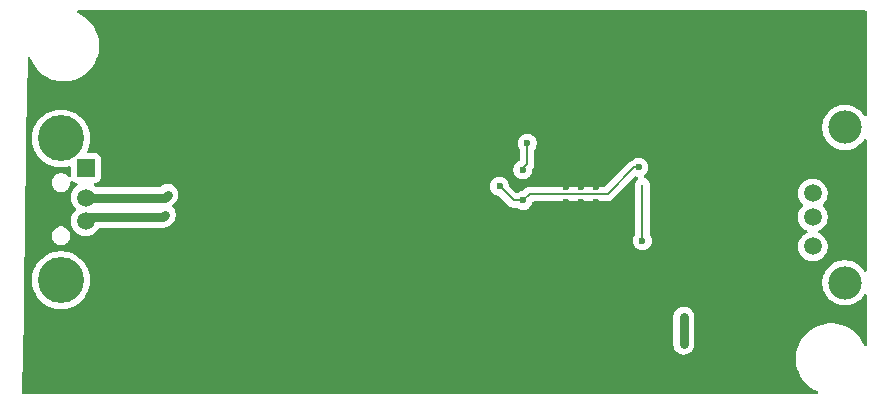
<source format=gbr>
%TF.GenerationSoftware,KiCad,Pcbnew,9.0.6*%
%TF.CreationDate,2026-01-01T04:38:27-06:00*%
%TF.ProjectId,2040Listener,32303430-4c69-4737-9465-6e65722e6b69,rev?*%
%TF.SameCoordinates,Original*%
%TF.FileFunction,Copper,L2,Bot*%
%TF.FilePolarity,Positive*%
%FSLAX46Y46*%
G04 Gerber Fmt 4.6, Leading zero omitted, Abs format (unit mm)*
G04 Created by KiCad (PCBNEW 9.0.6) date 2026-01-01 04:38:27*
%MOMM*%
%LPD*%
G01*
G04 APERTURE LIST*
%TA.AperFunction,ComponentPad*%
%ADD10R,1.500000X1.500000*%
%TD*%
%TA.AperFunction,ComponentPad*%
%ADD11C,1.500000*%
%TD*%
%TA.AperFunction,ComponentPad*%
%ADD12C,3.900000*%
%TD*%
%TA.AperFunction,ComponentPad*%
%ADD13C,0.600000*%
%TD*%
%TA.AperFunction,ComponentPad*%
%ADD14C,1.498600*%
%TD*%
%TA.AperFunction,ComponentPad*%
%ADD15C,2.819400*%
%TD*%
%TA.AperFunction,ViaPad*%
%ADD16C,0.600000*%
%TD*%
%TA.AperFunction,Conductor*%
%ADD17C,0.800000*%
%TD*%
%TA.AperFunction,Conductor*%
%ADD18C,0.200000*%
%TD*%
G04 APERTURE END LIST*
D10*
%TO.P,J2,1,5V*%
%TO.N,VBUS*%
X104375000Y-63850000D03*
D11*
%TO.P,J2,2,D-*%
%TO.N,/USB_D-*%
X104375000Y-66350000D03*
%TO.P,J2,3,D+*%
%TO.N,/USB_D+*%
X104375000Y-68350000D03*
%TO.P,J2,4,GND*%
%TO.N,GND*%
X104375000Y-70850000D03*
D12*
%TO.P,J2,5*%
%TO.N,N/C*%
X102275000Y-61350000D03*
%TO.P,J2,6*%
X102275000Y-73350000D03*
%TD*%
D13*
%TO.P,U1,57,GND*%
%TO.N,GND*%
X145000000Y-68000000D03*
X145000000Y-66725000D03*
X145000000Y-65450000D03*
X146275000Y-68000000D03*
X146275000Y-66725000D03*
X146275000Y-65450000D03*
X147550000Y-68000000D03*
X147550000Y-66725000D03*
X147550000Y-65450000D03*
%TD*%
D14*
%TO.P,J1,1,5V*%
%TO.N,VBUS*%
X165929700Y-70492500D03*
%TO.P,J1,2,D-*%
%TO.N,/GPIO1*%
X165929700Y-67992500D03*
%TO.P,J1,3,D+*%
%TO.N,/GPIO0*%
X165929700Y-65992499D03*
%TO.P,J1,4,GND*%
%TO.N,GND*%
X165929700Y-63492501D03*
D15*
%TO.P,J1,5*%
%TO.N,N/C*%
X168639700Y-73562500D03*
%TO.P,J1,6*%
X168639700Y-60422500D03*
%TD*%
D16*
%TO.N,+1V1*%
X151200000Y-63800000D03*
X141400000Y-66600000D03*
X139400000Y-65400000D03*
%TO.N,GND*%
X136500000Y-59300000D03*
X141800000Y-59300000D03*
X127200000Y-56900000D03*
X154400000Y-59900000D03*
X155100000Y-61900000D03*
X118000000Y-70250000D03*
%TO.N,+1V1*%
X141750000Y-61750000D03*
X141375000Y-64000000D03*
%TO.N,/GPIO0*%
X155000000Y-76500000D03*
X155000000Y-78750000D03*
%TO.N,GND*%
X135800000Y-73600000D03*
X124400000Y-75000000D03*
X151500000Y-76525000D03*
%TO.N,+3V3*%
X151500000Y-70000000D03*
%TO.N,GND*%
X152750000Y-68750000D03*
X142500000Y-76500000D03*
%TO.N,/USB_D+*%
X111100000Y-67800000D03*
%TO.N,/USB_D-*%
X111300000Y-66100000D03*
%TO.N,GND*%
X113700000Y-52700000D03*
X108500000Y-55000000D03*
%TD*%
D17*
%TO.N,/USB_D+*%
X104725000Y-68000000D02*
X104375000Y-68350000D01*
X110900000Y-68000000D02*
X104725000Y-68000000D01*
X111100000Y-67800000D02*
X110900000Y-68000000D01*
X104375000Y-68350000D02*
X104375000Y-68100000D01*
%TO.N,/USB_D-*%
X104625000Y-66350000D02*
X104375000Y-66100000D01*
X111050000Y-66350000D02*
X104625000Y-66350000D01*
X111300000Y-66100000D02*
X111050000Y-66350000D01*
D18*
%TO.N,+1V1*%
X150800000Y-63800000D02*
X151200000Y-63800000D01*
X148549000Y-66051000D02*
X150800000Y-63800000D01*
X141949000Y-66051000D02*
X148549000Y-66051000D01*
X141400000Y-66600000D02*
X141949000Y-66051000D01*
X140600000Y-66600000D02*
X139400000Y-65400000D01*
X141400000Y-66600000D02*
X140600000Y-66600000D01*
X141750000Y-63500000D02*
X141750000Y-61750000D01*
X141375000Y-63875000D02*
X141750000Y-63500000D01*
X141375000Y-64000000D02*
X141375000Y-63875000D01*
D17*
%TO.N,/GPIO0*%
X155000000Y-76500000D02*
X155000000Y-78750000D01*
D18*
%TO.N,+3V3*%
X151500000Y-65250000D02*
X151500000Y-70000000D01*
%TD*%
%TA.AperFunction,Conductor*%
%TO.N,GND*%
G36*
X170443039Y-50519685D02*
G01*
X170488794Y-50572489D01*
X170500000Y-50624000D01*
X170500000Y-59361459D01*
X170480315Y-59428498D01*
X170427511Y-59474253D01*
X170358353Y-59484197D01*
X170294797Y-59455172D01*
X170268613Y-59423460D01*
X170231381Y-59358972D01*
X170078946Y-59160315D01*
X170078941Y-59160309D01*
X169901890Y-58983258D01*
X169901883Y-58983252D01*
X169703236Y-58830825D01*
X169703234Y-58830823D01*
X169703228Y-58830819D01*
X169703223Y-58830816D01*
X169703220Y-58830814D01*
X169486380Y-58705620D01*
X169486364Y-58705612D01*
X169255038Y-58609795D01*
X169013157Y-58544983D01*
X168764910Y-58512301D01*
X168764907Y-58512300D01*
X168764901Y-58512300D01*
X168514499Y-58512300D01*
X168514493Y-58512300D01*
X168514489Y-58512301D01*
X168266242Y-58544983D01*
X168024361Y-58609795D01*
X167793035Y-58705612D01*
X167793019Y-58705620D01*
X167576179Y-58830814D01*
X167576163Y-58830825D01*
X167377516Y-58983252D01*
X167377509Y-58983258D01*
X167200458Y-59160309D01*
X167200452Y-59160316D01*
X167048025Y-59358963D01*
X167048014Y-59358979D01*
X166922820Y-59575819D01*
X166922812Y-59575835D01*
X166826995Y-59807161D01*
X166762183Y-60049042D01*
X166729501Y-60297289D01*
X166729500Y-60297305D01*
X166729500Y-60547694D01*
X166729501Y-60547710D01*
X166762183Y-60795957D01*
X166826995Y-61037838D01*
X166922812Y-61269164D01*
X166922820Y-61269180D01*
X167048014Y-61486020D01*
X167048025Y-61486036D01*
X167200452Y-61684683D01*
X167200458Y-61684690D01*
X167377509Y-61861741D01*
X167377515Y-61861746D01*
X167576172Y-62014181D01*
X167576179Y-62014185D01*
X167793019Y-62139379D01*
X167793035Y-62139387D01*
X168024361Y-62235204D01*
X168024363Y-62235204D01*
X168024369Y-62235207D01*
X168266239Y-62300016D01*
X168514499Y-62332700D01*
X168514506Y-62332700D01*
X168764894Y-62332700D01*
X168764901Y-62332700D01*
X169013161Y-62300016D01*
X169255031Y-62235207D01*
X169317445Y-62209354D01*
X169486364Y-62139387D01*
X169486367Y-62139385D01*
X169486373Y-62139383D01*
X169703228Y-62014181D01*
X169901885Y-61861746D01*
X170078946Y-61684685D01*
X170231381Y-61486028D01*
X170268613Y-61421539D01*
X170319180Y-61373324D01*
X170387787Y-61360101D01*
X170452652Y-61386069D01*
X170493180Y-61442983D01*
X170500000Y-61483540D01*
X170500000Y-72501459D01*
X170480315Y-72568498D01*
X170427511Y-72614253D01*
X170358353Y-72624197D01*
X170294797Y-72595172D01*
X170268613Y-72563460D01*
X170231381Y-72498972D01*
X170078946Y-72300315D01*
X170078941Y-72300309D01*
X169901890Y-72123258D01*
X169901883Y-72123252D01*
X169703236Y-71970825D01*
X169703234Y-71970823D01*
X169703228Y-71970819D01*
X169703223Y-71970816D01*
X169703220Y-71970814D01*
X169486380Y-71845620D01*
X169486364Y-71845612D01*
X169255038Y-71749795D01*
X169227066Y-71742300D01*
X169013161Y-71684984D01*
X169013160Y-71684983D01*
X169013157Y-71684983D01*
X168764910Y-71652301D01*
X168764907Y-71652300D01*
X168764901Y-71652300D01*
X168514499Y-71652300D01*
X168514493Y-71652300D01*
X168514489Y-71652301D01*
X168266242Y-71684983D01*
X168024361Y-71749795D01*
X167793035Y-71845612D01*
X167793019Y-71845620D01*
X167576179Y-71970814D01*
X167576163Y-71970825D01*
X167377516Y-72123252D01*
X167377509Y-72123258D01*
X167200458Y-72300309D01*
X167200452Y-72300316D01*
X167048025Y-72498963D01*
X167048014Y-72498979D01*
X166922820Y-72715819D01*
X166922812Y-72715835D01*
X166826995Y-72947161D01*
X166762183Y-73189042D01*
X166729501Y-73437289D01*
X166729500Y-73437299D01*
X166729500Y-73687701D01*
X166762184Y-73935961D01*
X166787235Y-74029454D01*
X166826995Y-74177838D01*
X166922812Y-74409164D01*
X166922820Y-74409180D01*
X167048014Y-74626020D01*
X167048025Y-74626036D01*
X167200452Y-74824683D01*
X167200458Y-74824690D01*
X167377509Y-75001741D01*
X167377515Y-75001746D01*
X167576172Y-75154181D01*
X167576179Y-75154185D01*
X167793019Y-75279379D01*
X167793035Y-75279387D01*
X168024361Y-75375204D01*
X168024363Y-75375204D01*
X168024369Y-75375207D01*
X168266239Y-75440016D01*
X168514499Y-75472700D01*
X168514506Y-75472700D01*
X168764894Y-75472700D01*
X168764901Y-75472700D01*
X169013161Y-75440016D01*
X169255031Y-75375207D01*
X169317445Y-75349354D01*
X169486364Y-75279387D01*
X169486367Y-75279385D01*
X169486373Y-75279383D01*
X169703228Y-75154181D01*
X169901885Y-75001746D01*
X170078946Y-74824685D01*
X170231381Y-74626028D01*
X170268613Y-74561539D01*
X170319180Y-74513324D01*
X170387787Y-74500101D01*
X170452652Y-74526069D01*
X170493180Y-74582983D01*
X170500000Y-74623540D01*
X170500000Y-78770835D01*
X170480315Y-78837874D01*
X170427511Y-78883629D01*
X170358353Y-78893573D01*
X170294797Y-78864548D01*
X170264280Y-78824637D01*
X170130247Y-78546316D01*
X170130246Y-78546314D01*
X169950946Y-78260961D01*
X169740825Y-77997477D01*
X169502523Y-77759175D01*
X169239039Y-77549054D01*
X168953686Y-77369754D01*
X168953683Y-77369752D01*
X168650054Y-77223532D01*
X168331965Y-77112227D01*
X168331953Y-77112223D01*
X168003397Y-77037233D01*
X168003381Y-77037231D01*
X167668508Y-76999500D01*
X167668504Y-76999500D01*
X167331496Y-76999500D01*
X167331491Y-76999500D01*
X166996618Y-77037231D01*
X166996602Y-77037233D01*
X166668046Y-77112223D01*
X166668034Y-77112227D01*
X166349945Y-77223532D01*
X166046316Y-77369752D01*
X165760962Y-77549053D01*
X165497477Y-77759174D01*
X165259174Y-77997477D01*
X165049053Y-78260962D01*
X164869752Y-78546316D01*
X164723532Y-78849945D01*
X164612227Y-79168034D01*
X164612223Y-79168046D01*
X164537233Y-79496602D01*
X164537231Y-79496618D01*
X164499500Y-79831491D01*
X164499500Y-80168508D01*
X164537231Y-80503381D01*
X164537233Y-80503397D01*
X164612223Y-80831953D01*
X164612227Y-80831965D01*
X164723532Y-81150054D01*
X164869752Y-81453683D01*
X164869754Y-81453686D01*
X165049054Y-81739039D01*
X165259175Y-82002523D01*
X165497477Y-82240825D01*
X165760961Y-82450946D01*
X166046314Y-82630246D01*
X166046316Y-82630247D01*
X166324638Y-82764280D01*
X166376497Y-82811102D01*
X166394810Y-82878529D01*
X166373762Y-82945153D01*
X166320036Y-82989822D01*
X166270836Y-83000000D01*
X99125922Y-83000000D01*
X99058883Y-82980315D01*
X99013128Y-82927511D01*
X99001937Y-82874093D01*
X99003626Y-82764280D01*
X99101364Y-76411304D01*
X154099500Y-76411304D01*
X154099500Y-78838695D01*
X154134103Y-79012658D01*
X154134106Y-79012667D01*
X154201983Y-79176540D01*
X154201990Y-79176553D01*
X154300535Y-79324034D01*
X154300538Y-79324038D01*
X154425961Y-79449461D01*
X154425965Y-79449464D01*
X154573446Y-79548009D01*
X154573459Y-79548016D01*
X154696363Y-79598923D01*
X154737334Y-79615894D01*
X154737336Y-79615894D01*
X154737341Y-79615896D01*
X154911304Y-79650499D01*
X154911307Y-79650500D01*
X154911309Y-79650500D01*
X155088693Y-79650500D01*
X155088694Y-79650499D01*
X155146682Y-79638964D01*
X155262658Y-79615896D01*
X155262661Y-79615894D01*
X155262666Y-79615894D01*
X155426547Y-79548013D01*
X155574035Y-79449464D01*
X155699464Y-79324035D01*
X155798013Y-79176547D01*
X155865894Y-79012666D01*
X155900500Y-78838691D01*
X155900500Y-76411309D01*
X155900500Y-76411306D01*
X155900499Y-76411304D01*
X155865896Y-76237341D01*
X155865893Y-76237332D01*
X155798016Y-76073459D01*
X155798009Y-76073446D01*
X155699464Y-75925965D01*
X155699461Y-75925961D01*
X155574038Y-75800538D01*
X155574034Y-75800535D01*
X155426553Y-75701990D01*
X155426540Y-75701983D01*
X155262667Y-75634106D01*
X155262658Y-75634103D01*
X155088694Y-75599500D01*
X155088691Y-75599500D01*
X154911309Y-75599500D01*
X154911306Y-75599500D01*
X154737341Y-75634103D01*
X154737332Y-75634106D01*
X154573459Y-75701983D01*
X154573446Y-75701990D01*
X154425965Y-75800535D01*
X154425961Y-75800538D01*
X154300538Y-75925961D01*
X154300535Y-75925965D01*
X154201990Y-76073446D01*
X154201983Y-76073459D01*
X154134106Y-76237332D01*
X154134103Y-76237341D01*
X154099500Y-76411304D01*
X99101364Y-76411304D01*
X99150578Y-73212378D01*
X99824500Y-73212378D01*
X99824500Y-73487621D01*
X99855315Y-73761108D01*
X99855317Y-73761124D01*
X99916561Y-74029453D01*
X99916565Y-74029465D01*
X100007467Y-74289246D01*
X100126884Y-74537218D01*
X100126886Y-74537221D01*
X100273319Y-74770268D01*
X100444925Y-74985455D01*
X100639545Y-75180075D01*
X100854732Y-75351681D01*
X101087779Y-75498114D01*
X101335757Y-75617534D01*
X101530865Y-75685805D01*
X101595534Y-75708434D01*
X101595546Y-75708438D01*
X101863879Y-75769683D01*
X102137378Y-75800499D01*
X102137379Y-75800500D01*
X102137383Y-75800500D01*
X102412621Y-75800500D01*
X102412621Y-75800499D01*
X102686121Y-75769683D01*
X102954454Y-75708438D01*
X103214243Y-75617534D01*
X103462221Y-75498114D01*
X103695268Y-75351681D01*
X103910455Y-75180075D01*
X104105075Y-74985455D01*
X104276681Y-74770268D01*
X104423114Y-74537221D01*
X104542534Y-74289243D01*
X104633438Y-74029454D01*
X104694683Y-73761121D01*
X104725500Y-73487617D01*
X104725500Y-73212383D01*
X104694683Y-72938879D01*
X104633438Y-72670546D01*
X104542534Y-72410757D01*
X104423114Y-72162779D01*
X104276681Y-71929732D01*
X104105075Y-71714545D01*
X103910455Y-71519925D01*
X103695268Y-71348319D01*
X103462221Y-71201886D01*
X103462218Y-71201884D01*
X103214246Y-71082467D01*
X102954465Y-70991565D01*
X102954453Y-70991561D01*
X102686124Y-70930317D01*
X102686108Y-70930315D01*
X102412621Y-70899500D01*
X102412617Y-70899500D01*
X102137383Y-70899500D01*
X102137379Y-70899500D01*
X101863891Y-70930315D01*
X101863875Y-70930317D01*
X101595546Y-70991561D01*
X101595534Y-70991565D01*
X101335753Y-71082467D01*
X101087781Y-71201884D01*
X100854733Y-71348318D01*
X100639545Y-71519924D01*
X100444924Y-71714545D01*
X100273318Y-71929733D01*
X100126884Y-72162781D01*
X100007467Y-72410753D01*
X99916565Y-72670534D01*
X99916561Y-72670546D01*
X99855317Y-72938875D01*
X99855315Y-72938891D01*
X99824500Y-73212378D01*
X99150578Y-73212378D01*
X99207366Y-69521153D01*
X101474500Y-69521153D01*
X101474500Y-69678846D01*
X101505261Y-69833489D01*
X101505264Y-69833501D01*
X101565602Y-69979172D01*
X101565609Y-69979185D01*
X101653210Y-70110288D01*
X101653213Y-70110292D01*
X101764707Y-70221786D01*
X101764711Y-70221789D01*
X101895814Y-70309390D01*
X101895827Y-70309397D01*
X102041498Y-70369735D01*
X102041503Y-70369737D01*
X102196153Y-70400499D01*
X102196156Y-70400500D01*
X102196158Y-70400500D01*
X102353844Y-70400500D01*
X102353845Y-70400499D01*
X102508497Y-70369737D01*
X102654179Y-70309394D01*
X102785289Y-70221789D01*
X102896789Y-70110289D01*
X102984394Y-69979179D01*
X103044737Y-69833497D01*
X103075500Y-69678842D01*
X103075500Y-69521158D01*
X103075500Y-69521155D01*
X103075499Y-69521153D01*
X103044737Y-69366503D01*
X103031384Y-69334265D01*
X102984397Y-69220827D01*
X102984390Y-69220814D01*
X102896789Y-69089711D01*
X102896786Y-69089707D01*
X102785292Y-68978213D01*
X102785288Y-68978210D01*
X102654185Y-68890609D01*
X102654172Y-68890602D01*
X102508501Y-68830264D01*
X102508489Y-68830261D01*
X102353845Y-68799500D01*
X102353842Y-68799500D01*
X102196158Y-68799500D01*
X102196155Y-68799500D01*
X102041510Y-68830261D01*
X102041498Y-68830264D01*
X101895827Y-68890602D01*
X101895814Y-68890609D01*
X101764711Y-68978210D01*
X101764707Y-68978213D01*
X101653213Y-69089707D01*
X101653210Y-69089711D01*
X101565609Y-69220814D01*
X101565602Y-69220827D01*
X101505264Y-69366498D01*
X101505261Y-69366510D01*
X101474500Y-69521153D01*
X99207366Y-69521153D01*
X99335193Y-61212378D01*
X99824500Y-61212378D01*
X99824500Y-61487621D01*
X99855315Y-61761108D01*
X99855317Y-61761124D01*
X99916561Y-62029453D01*
X99916565Y-62029465D01*
X100007467Y-62289246D01*
X100126884Y-62537218D01*
X100126886Y-62537221D01*
X100273319Y-62770268D01*
X100444925Y-62985455D01*
X100639545Y-63180075D01*
X100854732Y-63351681D01*
X101087779Y-63498114D01*
X101335757Y-63617534D01*
X101530865Y-63685805D01*
X101595534Y-63708434D01*
X101595546Y-63708438D01*
X101863879Y-63769683D01*
X102137378Y-63800499D01*
X102137379Y-63800500D01*
X102137383Y-63800500D01*
X102412621Y-63800500D01*
X102412621Y-63800499D01*
X102686121Y-63769683D01*
X102954454Y-63708438D01*
X102959541Y-63706657D01*
X103029318Y-63703093D01*
X103089947Y-63737819D01*
X103122177Y-63799811D01*
X103124500Y-63823698D01*
X103124500Y-64521732D01*
X103104815Y-64588771D01*
X103052011Y-64634526D01*
X102982853Y-64644470D01*
X102919297Y-64615445D01*
X102900708Y-64594373D01*
X102900653Y-64594419D01*
X102899376Y-64592864D01*
X102897392Y-64590614D01*
X102896786Y-64589707D01*
X102785292Y-64478213D01*
X102785288Y-64478210D01*
X102654185Y-64390609D01*
X102654172Y-64390602D01*
X102508501Y-64330264D01*
X102508489Y-64330261D01*
X102353845Y-64299500D01*
X102353842Y-64299500D01*
X102196158Y-64299500D01*
X102196155Y-64299500D01*
X102041510Y-64330261D01*
X102041498Y-64330264D01*
X101895827Y-64390602D01*
X101895814Y-64390609D01*
X101764711Y-64478210D01*
X101764707Y-64478213D01*
X101653213Y-64589707D01*
X101653210Y-64589711D01*
X101565609Y-64720814D01*
X101565602Y-64720827D01*
X101505264Y-64866498D01*
X101505261Y-64866510D01*
X101474500Y-65021153D01*
X101474500Y-65178846D01*
X101505261Y-65333489D01*
X101505264Y-65333501D01*
X101565602Y-65479172D01*
X101565609Y-65479185D01*
X101653210Y-65610288D01*
X101653213Y-65610292D01*
X101764707Y-65721786D01*
X101764711Y-65721789D01*
X101895814Y-65809390D01*
X101895827Y-65809397D01*
X102041498Y-65869735D01*
X102041503Y-65869737D01*
X102196153Y-65900499D01*
X102196156Y-65900500D01*
X102196158Y-65900500D01*
X102353844Y-65900500D01*
X102353845Y-65900499D01*
X102508497Y-65869737D01*
X102654179Y-65809394D01*
X102785289Y-65721789D01*
X102896789Y-65610289D01*
X102984394Y-65479179D01*
X103044737Y-65333497D01*
X103075500Y-65178842D01*
X103075500Y-65061571D01*
X103095185Y-64994532D01*
X103147989Y-64948777D01*
X103217147Y-64938833D01*
X103273811Y-64962305D01*
X103382664Y-65043793D01*
X103382671Y-65043797D01*
X103427618Y-65060561D01*
X103517517Y-65094091D01*
X103577127Y-65100500D01*
X103585671Y-65100499D01*
X103652709Y-65120178D01*
X103698468Y-65172978D01*
X103708417Y-65242136D01*
X103679398Y-65305694D01*
X103658565Y-65324816D01*
X103560354Y-65396171D01*
X103421174Y-65535351D01*
X103421174Y-65535352D01*
X103421172Y-65535354D01*
X103395651Y-65570481D01*
X103305476Y-65694594D01*
X103216117Y-65869970D01*
X103155290Y-66057173D01*
X103124500Y-66251577D01*
X103124500Y-66448422D01*
X103155290Y-66642826D01*
X103216117Y-66830029D01*
X103286782Y-66968716D01*
X103305476Y-67005405D01*
X103421172Y-67164646D01*
X103421174Y-67164648D01*
X103518845Y-67262319D01*
X103552330Y-67323642D01*
X103547346Y-67393334D01*
X103518845Y-67437681D01*
X103421174Y-67535351D01*
X103421174Y-67535352D01*
X103421172Y-67535354D01*
X103371485Y-67603741D01*
X103305476Y-67694594D01*
X103216117Y-67869970D01*
X103155290Y-68057173D01*
X103124500Y-68251577D01*
X103124500Y-68448422D01*
X103155290Y-68642826D01*
X103216117Y-68830029D01*
X103291620Y-68978211D01*
X103305476Y-69005405D01*
X103421172Y-69164646D01*
X103560354Y-69303828D01*
X103719595Y-69419524D01*
X103727546Y-69423575D01*
X103894970Y-69508882D01*
X103894972Y-69508882D01*
X103894975Y-69508884D01*
X103988296Y-69539206D01*
X104082173Y-69569709D01*
X104276578Y-69600500D01*
X104276583Y-69600500D01*
X104473422Y-69600500D01*
X104667826Y-69569709D01*
X104855025Y-69508884D01*
X105030405Y-69419524D01*
X105189646Y-69303828D01*
X105328828Y-69164646D01*
X105444524Y-69005405D01*
X105463478Y-68968204D01*
X105511450Y-68917410D01*
X105573962Y-68900500D01*
X110988693Y-68900500D01*
X110988694Y-68900499D01*
X111162666Y-68865895D01*
X111249262Y-68830025D01*
X111326547Y-68798013D01*
X111414959Y-68738936D01*
X111474036Y-68699464D01*
X111799464Y-68374035D01*
X111898013Y-68226546D01*
X111965895Y-68062666D01*
X112000500Y-67888691D01*
X112000500Y-67711308D01*
X111965895Y-67537334D01*
X111898013Y-67373453D01*
X111898012Y-67373452D01*
X111898009Y-67373446D01*
X111799464Y-67225964D01*
X111799461Y-67225960D01*
X111711181Y-67137680D01*
X111677696Y-67076357D01*
X111682680Y-67006665D01*
X111711179Y-66962320D01*
X111999463Y-66674036D01*
X112098012Y-66526547D01*
X112165894Y-66362666D01*
X112187991Y-66251577D01*
X112200500Y-66188694D01*
X112200500Y-66011306D01*
X112200499Y-66011304D01*
X112187631Y-65946613D01*
X112165894Y-65837334D01*
X112098012Y-65673454D01*
X112098010Y-65673451D01*
X112098008Y-65673447D01*
X111999463Y-65525965D01*
X111999460Y-65525961D01*
X111874038Y-65400539D01*
X111874034Y-65400536D01*
X111755230Y-65321153D01*
X138599500Y-65321153D01*
X138599500Y-65478846D01*
X138630261Y-65633489D01*
X138630264Y-65633501D01*
X138690602Y-65779172D01*
X138690609Y-65779185D01*
X138778210Y-65910288D01*
X138778213Y-65910292D01*
X138889707Y-66021786D01*
X138889711Y-66021789D01*
X139020814Y-66109390D01*
X139020827Y-66109397D01*
X139166498Y-66169735D01*
X139166503Y-66169737D01*
X139231147Y-66182595D01*
X139321849Y-66200638D01*
X139383760Y-66233023D01*
X139385339Y-66234574D01*
X140115139Y-66964374D01*
X140115149Y-66964385D01*
X140119479Y-66968715D01*
X140119480Y-66968716D01*
X140231284Y-67080520D01*
X140312031Y-67127139D01*
X140368215Y-67159577D01*
X140520942Y-67200500D01*
X140520943Y-67200500D01*
X140820234Y-67200500D01*
X140887273Y-67220185D01*
X140889125Y-67221398D01*
X141020814Y-67309390D01*
X141020827Y-67309397D01*
X141118853Y-67350000D01*
X141166503Y-67369737D01*
X141299400Y-67396172D01*
X141321153Y-67400499D01*
X141321156Y-67400500D01*
X141321158Y-67400500D01*
X141478844Y-67400500D01*
X141478845Y-67400499D01*
X141633497Y-67369737D01*
X141779179Y-67309394D01*
X141910289Y-67221789D01*
X142021789Y-67110289D01*
X142109394Y-66979179D01*
X142114795Y-66966141D01*
X142140195Y-66904818D01*
X142169737Y-66833497D01*
X142175069Y-66806690D01*
X142186086Y-66751308D01*
X142218471Y-66689397D01*
X142279187Y-66654823D01*
X142307703Y-66651500D01*
X148462331Y-66651500D01*
X148462347Y-66651501D01*
X148469943Y-66651501D01*
X148628054Y-66651501D01*
X148628057Y-66651501D01*
X148780785Y-66610577D01*
X148830904Y-66581639D01*
X148917716Y-66531520D01*
X149029520Y-66419716D01*
X149029520Y-66419714D01*
X149039728Y-66409507D01*
X149039729Y-66409504D01*
X150847195Y-64602039D01*
X150854255Y-64598184D01*
X150858975Y-64591664D01*
X150884481Y-64581679D01*
X150908516Y-64568556D01*
X150918208Y-64568477D01*
X150924038Y-64566196D01*
X150943990Y-64568270D01*
X150959278Y-64568147D01*
X150965848Y-64569465D01*
X150966503Y-64569737D01*
X151043231Y-64584999D01*
X151074161Y-64601247D01*
X151104929Y-64617341D01*
X151104985Y-64617439D01*
X151105085Y-64617492D01*
X151122232Y-64647728D01*
X151139503Y-64678057D01*
X151139496Y-64678170D01*
X151139553Y-64678269D01*
X151137633Y-64712950D01*
X151135764Y-64747827D01*
X151135696Y-64747934D01*
X151135691Y-64748031D01*
X151135261Y-64748624D01*
X151106509Y-64794255D01*
X151019478Y-64881286D01*
X151019475Y-64881290D01*
X150940426Y-65018209D01*
X150940423Y-65018216D01*
X150899500Y-65170943D01*
X150899500Y-69420234D01*
X150879815Y-69487273D01*
X150878602Y-69489125D01*
X150790609Y-69620814D01*
X150790602Y-69620827D01*
X150730264Y-69766498D01*
X150730261Y-69766510D01*
X150699500Y-69921153D01*
X150699500Y-70078846D01*
X150730261Y-70233489D01*
X150730264Y-70233501D01*
X150790602Y-70379172D01*
X150790609Y-70379185D01*
X150878210Y-70510288D01*
X150878213Y-70510292D01*
X150989707Y-70621786D01*
X150989711Y-70621789D01*
X151120814Y-70709390D01*
X151120827Y-70709397D01*
X151266498Y-70769735D01*
X151266503Y-70769737D01*
X151421153Y-70800499D01*
X151421156Y-70800500D01*
X151421158Y-70800500D01*
X151578844Y-70800500D01*
X151578845Y-70800499D01*
X151733497Y-70769737D01*
X151879179Y-70709394D01*
X152010289Y-70621789D01*
X152121789Y-70510289D01*
X152209394Y-70379179D01*
X152269737Y-70233497D01*
X152300500Y-70078842D01*
X152300500Y-69921158D01*
X152300500Y-69921155D01*
X152300499Y-69921153D01*
X152283852Y-69837462D01*
X152269737Y-69766503D01*
X152233206Y-69678308D01*
X152209397Y-69620827D01*
X152209390Y-69620814D01*
X152121398Y-69489125D01*
X152100520Y-69422447D01*
X152100500Y-69420234D01*
X152100500Y-65894132D01*
X164679900Y-65894132D01*
X164679900Y-66090865D01*
X164710673Y-66285161D01*
X164771466Y-66472260D01*
X164841942Y-66610576D01*
X164860775Y-66647537D01*
X164976406Y-66806689D01*
X164976408Y-66806691D01*
X165074535Y-66904818D01*
X165108020Y-66966141D01*
X165103036Y-67035833D01*
X165074536Y-67080180D01*
X164976405Y-67178311D01*
X164860775Y-67337461D01*
X164771466Y-67512738D01*
X164710673Y-67699837D01*
X164679900Y-67894133D01*
X164679900Y-68090866D01*
X164710673Y-68285162D01*
X164771466Y-68472261D01*
X164858374Y-68642826D01*
X164860775Y-68647538D01*
X164976406Y-68806690D01*
X165115510Y-68945794D01*
X165274662Y-69061425D01*
X165347126Y-69098347D01*
X165413202Y-69132015D01*
X165463998Y-69179990D01*
X165480793Y-69247811D01*
X165458255Y-69313946D01*
X165413202Y-69352985D01*
X165274661Y-69423575D01*
X165186989Y-69487273D01*
X165115510Y-69539206D01*
X165115508Y-69539208D01*
X165115507Y-69539208D01*
X164976408Y-69678307D01*
X164976408Y-69678308D01*
X164976406Y-69678310D01*
X164976017Y-69678846D01*
X164860775Y-69837461D01*
X164771466Y-70012738D01*
X164710673Y-70199837D01*
X164679900Y-70394133D01*
X164679900Y-70590866D01*
X164710673Y-70785162D01*
X164771466Y-70972261D01*
X164860775Y-71147538D01*
X164976406Y-71306690D01*
X165115510Y-71445794D01*
X165274662Y-71561425D01*
X165357474Y-71603620D01*
X165449938Y-71650733D01*
X165449940Y-71650733D01*
X165449943Y-71650735D01*
X165550230Y-71683320D01*
X165637037Y-71711526D01*
X165831334Y-71742300D01*
X165831339Y-71742300D01*
X166028066Y-71742300D01*
X166222362Y-71711526D01*
X166409457Y-71650735D01*
X166584738Y-71561425D01*
X166743890Y-71445794D01*
X166882994Y-71306690D01*
X166998625Y-71147538D01*
X167087935Y-70972257D01*
X167148726Y-70785162D01*
X167160726Y-70709397D01*
X167179500Y-70590866D01*
X167179500Y-70394133D01*
X167148726Y-70199837D01*
X167109413Y-70078846D01*
X167087935Y-70012743D01*
X167087933Y-70012740D01*
X167087933Y-70012738D01*
X166998624Y-69837461D01*
X166995738Y-69833489D01*
X166882994Y-69678310D01*
X166743890Y-69539206D01*
X166584738Y-69423575D01*
X166446196Y-69352984D01*
X166395401Y-69305010D01*
X166378606Y-69237189D01*
X166401143Y-69171055D01*
X166446197Y-69132015D01*
X166584738Y-69061425D01*
X166743890Y-68945794D01*
X166882994Y-68806690D01*
X166998625Y-68647538D01*
X167087935Y-68472257D01*
X167148726Y-68285162D01*
X167158010Y-68226546D01*
X167179500Y-68090866D01*
X167179500Y-67894133D01*
X167148726Y-67699837D01*
X167095925Y-67537333D01*
X167087935Y-67512743D01*
X167087933Y-67512740D01*
X167087933Y-67512738D01*
X167016963Y-67373453D01*
X166998625Y-67337462D01*
X166882994Y-67178310D01*
X166784864Y-67080180D01*
X166751379Y-67018857D01*
X166756363Y-66949165D01*
X166784860Y-66904822D01*
X166882994Y-66806689D01*
X166998625Y-66647537D01*
X167087935Y-66472256D01*
X167148726Y-66285161D01*
X167164005Y-66188692D01*
X167179500Y-66090865D01*
X167179500Y-65894132D01*
X167148726Y-65699836D01*
X167119630Y-65610288D01*
X167087935Y-65512742D01*
X167087933Y-65512739D01*
X167087933Y-65512737D01*
X166998624Y-65337460D01*
X166995739Y-65333489D01*
X166882994Y-65178309D01*
X166743890Y-65039205D01*
X166584738Y-64923574D01*
X166409461Y-64834265D01*
X166222362Y-64773472D01*
X166028066Y-64742699D01*
X166028061Y-64742699D01*
X165831339Y-64742699D01*
X165831334Y-64742699D01*
X165637037Y-64773472D01*
X165449938Y-64834265D01*
X165274661Y-64923574D01*
X165227902Y-64957547D01*
X165115510Y-65039205D01*
X165115508Y-65039207D01*
X165115507Y-65039207D01*
X164976408Y-65178306D01*
X164976408Y-65178307D01*
X164976406Y-65178309D01*
X164935867Y-65234106D01*
X164860775Y-65337460D01*
X164771466Y-65512737D01*
X164710673Y-65699836D01*
X164679900Y-65894132D01*
X152100500Y-65894132D01*
X152100500Y-65170945D01*
X152100500Y-65170943D01*
X152059577Y-65018216D01*
X152024550Y-64957547D01*
X151980524Y-64881290D01*
X151980518Y-64881282D01*
X151868717Y-64769481D01*
X151868709Y-64769475D01*
X151731790Y-64690426D01*
X151731786Y-64690424D01*
X151731784Y-64690423D01*
X151693825Y-64680252D01*
X151634166Y-64643888D01*
X151603637Y-64581041D01*
X151611932Y-64511666D01*
X151656417Y-64457788D01*
X151656928Y-64457443D01*
X151710289Y-64421789D01*
X151821789Y-64310289D01*
X151909394Y-64179179D01*
X151969737Y-64033497D01*
X152000500Y-63878842D01*
X152000500Y-63721158D01*
X152000500Y-63721155D01*
X152000499Y-63721153D01*
X151980543Y-63620827D01*
X151969737Y-63566503D01*
X151937929Y-63489711D01*
X151909397Y-63420827D01*
X151909390Y-63420814D01*
X151821789Y-63289711D01*
X151821786Y-63289707D01*
X151710292Y-63178213D01*
X151710288Y-63178210D01*
X151579185Y-63090609D01*
X151579172Y-63090602D01*
X151433501Y-63030264D01*
X151433489Y-63030261D01*
X151278845Y-62999500D01*
X151278842Y-62999500D01*
X151121158Y-62999500D01*
X151121155Y-62999500D01*
X150966510Y-63030261D01*
X150966498Y-63030264D01*
X150820827Y-63090602D01*
X150820814Y-63090609D01*
X150689714Y-63178208D01*
X150689708Y-63178213D01*
X150672690Y-63195231D01*
X150617107Y-63227321D01*
X150583263Y-63236390D01*
X150568215Y-63240423D01*
X150568209Y-63240426D01*
X150431290Y-63319475D01*
X150431282Y-63319481D01*
X148336584Y-65414181D01*
X148275261Y-65447666D01*
X148248903Y-65450500D01*
X141869942Y-65450500D01*
X141717213Y-65491423D01*
X141680290Y-65512742D01*
X141680289Y-65512742D01*
X141580287Y-65570477D01*
X141580282Y-65570481D01*
X141468480Y-65682283D01*
X141468480Y-65682284D01*
X141468478Y-65682286D01*
X141419838Y-65730926D01*
X141385337Y-65765427D01*
X141324013Y-65798911D01*
X141321848Y-65799362D01*
X141166508Y-65830261D01*
X141166498Y-65830264D01*
X141020827Y-65890602D01*
X141020809Y-65890612D01*
X140936998Y-65946613D01*
X140870321Y-65967491D01*
X140802941Y-65949006D01*
X140780427Y-65931192D01*
X140234574Y-65385339D01*
X140201089Y-65324016D01*
X140200638Y-65321849D01*
X140176375Y-65199873D01*
X140169737Y-65166503D01*
X140150549Y-65120178D01*
X140109397Y-65020827D01*
X140109390Y-65020814D01*
X140021789Y-64889711D01*
X140021786Y-64889707D01*
X139910292Y-64778213D01*
X139910288Y-64778210D01*
X139779185Y-64690609D01*
X139779172Y-64690602D01*
X139633501Y-64630264D01*
X139633489Y-64630261D01*
X139478845Y-64599500D01*
X139478842Y-64599500D01*
X139321158Y-64599500D01*
X139321155Y-64599500D01*
X139166510Y-64630261D01*
X139166498Y-64630264D01*
X139020827Y-64690602D01*
X139020814Y-64690609D01*
X138889711Y-64778210D01*
X138889707Y-64778213D01*
X138778213Y-64889707D01*
X138778210Y-64889711D01*
X138690609Y-65020814D01*
X138690602Y-65020827D01*
X138630264Y-65166498D01*
X138630261Y-65166510D01*
X138599500Y-65321153D01*
X111755230Y-65321153D01*
X111726552Y-65301991D01*
X111726542Y-65301986D01*
X111562666Y-65234106D01*
X111562658Y-65234104D01*
X111388694Y-65199500D01*
X111388691Y-65199500D01*
X111211308Y-65199500D01*
X111211306Y-65199500D01*
X111037339Y-65234104D01*
X111037333Y-65234106D01*
X110873455Y-65301986D01*
X110873446Y-65301991D01*
X110725964Y-65400536D01*
X110725960Y-65400539D01*
X110713319Y-65413181D01*
X110651996Y-65446666D01*
X110625638Y-65449500D01*
X105294336Y-65449500D01*
X105272059Y-65442958D01*
X105248935Y-65440889D01*
X105235884Y-65432336D01*
X105227297Y-65429815D01*
X105218265Y-65423424D01*
X105212139Y-65418665D01*
X105189646Y-65396172D01*
X105089827Y-65323648D01*
X105088249Y-65322423D01*
X105068939Y-65295645D01*
X105048769Y-65269487D01*
X105048592Y-65267427D01*
X105047383Y-65265751D01*
X105045615Y-65232771D01*
X105042790Y-65199873D01*
X105043754Y-65198044D01*
X105043644Y-65195982D01*
X105059982Y-65167289D01*
X105075396Y-65138078D01*
X105077195Y-65137061D01*
X105078218Y-65135266D01*
X105107478Y-65119960D01*
X105136235Y-65103721D01*
X105139167Y-65103384D01*
X105140130Y-65102881D01*
X105142055Y-65103053D01*
X105164320Y-65100499D01*
X105172871Y-65100499D01*
X105172872Y-65100499D01*
X105232483Y-65094091D01*
X105367331Y-65043796D01*
X105482546Y-64957546D01*
X105568796Y-64842331D01*
X105619091Y-64707483D01*
X105625500Y-64647873D01*
X105625499Y-63921153D01*
X140574500Y-63921153D01*
X140574500Y-64078846D01*
X140605261Y-64233489D01*
X140605264Y-64233501D01*
X140665602Y-64379172D01*
X140665609Y-64379185D01*
X140753210Y-64510288D01*
X140753213Y-64510292D01*
X140864707Y-64621786D01*
X140864711Y-64621789D01*
X140995814Y-64709390D01*
X140995827Y-64709397D01*
X141140885Y-64769481D01*
X141141503Y-64769737D01*
X141296153Y-64800499D01*
X141296156Y-64800500D01*
X141296158Y-64800500D01*
X141453844Y-64800500D01*
X141453845Y-64800499D01*
X141608497Y-64769737D01*
X141726592Y-64720821D01*
X141754172Y-64709397D01*
X141754172Y-64709396D01*
X141754179Y-64709394D01*
X141885289Y-64621789D01*
X141996789Y-64510289D01*
X142084394Y-64379179D01*
X142144737Y-64233497D01*
X142175500Y-64078842D01*
X142175500Y-63975098D01*
X142195185Y-63908059D01*
X142195509Y-63907556D01*
X142202604Y-63896631D01*
X142230520Y-63868716D01*
X142307183Y-63735931D01*
X142309577Y-63731785D01*
X142350500Y-63579057D01*
X142350500Y-63420943D01*
X142350500Y-62329765D01*
X142370185Y-62262726D01*
X142371398Y-62260874D01*
X142459390Y-62129185D01*
X142459390Y-62129184D01*
X142459394Y-62129179D01*
X142519737Y-61983497D01*
X142550500Y-61828842D01*
X142550500Y-61671158D01*
X142550500Y-61671155D01*
X142550499Y-61671153D01*
X142519738Y-61516510D01*
X142519737Y-61516503D01*
X142507111Y-61486020D01*
X142459397Y-61370827D01*
X142459390Y-61370814D01*
X142371789Y-61239711D01*
X142371786Y-61239707D01*
X142260292Y-61128213D01*
X142260288Y-61128210D01*
X142129185Y-61040609D01*
X142129172Y-61040602D01*
X141983501Y-60980264D01*
X141983489Y-60980261D01*
X141828845Y-60949500D01*
X141828842Y-60949500D01*
X141671158Y-60949500D01*
X141671155Y-60949500D01*
X141516510Y-60980261D01*
X141516498Y-60980264D01*
X141370827Y-61040602D01*
X141370814Y-61040609D01*
X141239711Y-61128210D01*
X141239707Y-61128213D01*
X141128213Y-61239707D01*
X141128210Y-61239711D01*
X141040609Y-61370814D01*
X141040602Y-61370827D01*
X140980264Y-61516498D01*
X140980261Y-61516510D01*
X140949500Y-61671153D01*
X140949500Y-61828846D01*
X140980261Y-61983489D01*
X140980264Y-61983501D01*
X141040602Y-62129172D01*
X141040609Y-62129185D01*
X141128602Y-62260874D01*
X141149480Y-62327551D01*
X141149500Y-62329765D01*
X141149500Y-63144095D01*
X141129815Y-63211134D01*
X141077011Y-63256889D01*
X141072954Y-63258656D01*
X140995820Y-63290606D01*
X140995814Y-63290609D01*
X140864711Y-63378210D01*
X140864707Y-63378213D01*
X140753213Y-63489707D01*
X140753210Y-63489711D01*
X140665609Y-63620814D01*
X140665602Y-63620827D01*
X140605264Y-63766498D01*
X140605261Y-63766510D01*
X140574500Y-63921153D01*
X105625499Y-63921153D01*
X105625499Y-63823698D01*
X105625499Y-63052129D01*
X105625498Y-63052123D01*
X105623148Y-63030264D01*
X105619091Y-62992517D01*
X105568796Y-62857669D01*
X105568795Y-62857668D01*
X105568793Y-62857664D01*
X105482547Y-62742455D01*
X105482544Y-62742452D01*
X105367335Y-62656206D01*
X105367328Y-62656202D01*
X105232482Y-62605908D01*
X105232483Y-62605908D01*
X105172883Y-62599501D01*
X105172881Y-62599500D01*
X105172873Y-62599500D01*
X105172865Y-62599500D01*
X104590467Y-62599500D01*
X104523428Y-62579815D01*
X104477673Y-62527011D01*
X104467729Y-62457853D01*
X104478747Y-62421698D01*
X104521607Y-62332698D01*
X104542534Y-62289243D01*
X104633438Y-62029454D01*
X104694683Y-61761121D01*
X104725500Y-61487617D01*
X104725500Y-61212383D01*
X104694683Y-60938879D01*
X104633438Y-60670546D01*
X104542534Y-60410757D01*
X104423114Y-60162779D01*
X104276681Y-59929732D01*
X104105075Y-59714545D01*
X103910455Y-59519925D01*
X103695268Y-59348319D01*
X103462221Y-59201886D01*
X103462218Y-59201884D01*
X103214246Y-59082467D01*
X102954465Y-58991565D01*
X102954453Y-58991561D01*
X102686124Y-58930317D01*
X102686108Y-58930315D01*
X102412621Y-58899500D01*
X102412617Y-58899500D01*
X102137383Y-58899500D01*
X102137379Y-58899500D01*
X101863891Y-58930315D01*
X101863875Y-58930317D01*
X101595546Y-58991561D01*
X101595534Y-58991565D01*
X101335753Y-59082467D01*
X101087781Y-59201884D01*
X100854733Y-59348318D01*
X100639545Y-59519924D01*
X100444924Y-59714545D01*
X100273318Y-59929733D01*
X100126884Y-60162781D01*
X100007467Y-60410753D01*
X99916565Y-60670534D01*
X99916561Y-60670546D01*
X99855317Y-60938875D01*
X99855315Y-60938891D01*
X99824500Y-61212378D01*
X99335193Y-61212378D01*
X99437529Y-54560564D01*
X99458242Y-54493838D01*
X99511744Y-54448901D01*
X99581047Y-54440022D01*
X99644149Y-54470021D01*
X99678555Y-54521519D01*
X99723532Y-54650054D01*
X99869752Y-54953683D01*
X99869754Y-54953686D01*
X100049054Y-55239039D01*
X100259175Y-55502523D01*
X100497477Y-55740825D01*
X100760961Y-55950946D01*
X101046314Y-56130246D01*
X101349949Y-56276469D01*
X101588848Y-56360063D01*
X101668034Y-56387772D01*
X101668046Y-56387776D01*
X101996606Y-56462767D01*
X102331492Y-56500499D01*
X102331493Y-56500500D01*
X102331496Y-56500500D01*
X102668507Y-56500500D01*
X102668507Y-56500499D01*
X103003394Y-56462767D01*
X103331954Y-56387776D01*
X103650051Y-56276469D01*
X103953686Y-56130246D01*
X104239039Y-55950946D01*
X104502523Y-55740825D01*
X104740825Y-55502523D01*
X104950946Y-55239039D01*
X105130246Y-54953686D01*
X105276469Y-54650051D01*
X105387776Y-54331954D01*
X105462767Y-54003394D01*
X105500500Y-53668504D01*
X105500500Y-53331496D01*
X105462767Y-52996606D01*
X105387776Y-52668046D01*
X105276469Y-52349949D01*
X105130246Y-52046314D01*
X104950946Y-51760961D01*
X104740825Y-51497477D01*
X104502523Y-51259175D01*
X104239039Y-51049054D01*
X103953686Y-50869754D01*
X103953683Y-50869752D01*
X103675362Y-50735720D01*
X103623503Y-50688898D01*
X103605190Y-50621471D01*
X103626238Y-50554847D01*
X103679964Y-50510178D01*
X103729164Y-50500000D01*
X170376000Y-50500000D01*
X170443039Y-50519685D01*
G37*
%TD.AperFunction*%
%TD*%
M02*

</source>
